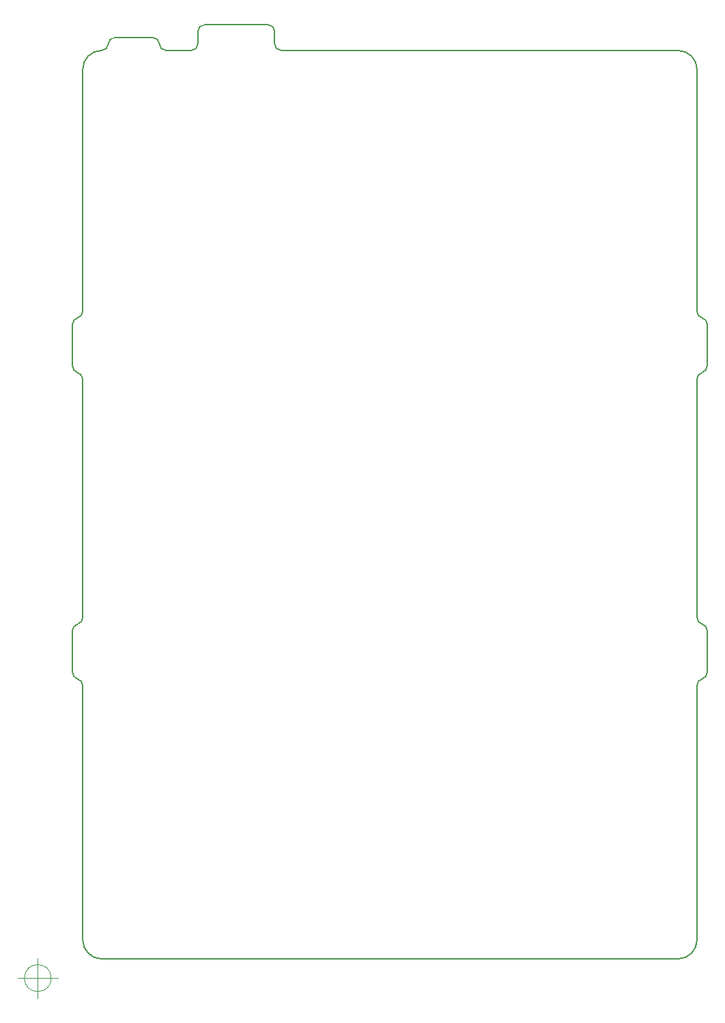
<source format=gbr>
G04 #@! TF.GenerationSoftware,KiCad,Pcbnew,(6.0.7)*
G04 #@! TF.CreationDate,2022-10-25T17:13:03-05:00*
G04 #@! TF.ProjectId,Container65,436f6e74-6169-46e6-9572-36352e6b6963,rev?*
G04 #@! TF.SameCoordinates,Original*
G04 #@! TF.FileFunction,Profile,NP*
%FSLAX46Y46*%
G04 Gerber Fmt 4.6, Leading zero omitted, Abs format (unit mm)*
G04 Created by KiCad (PCBNEW (6.0.7)) date 2022-10-25 17:13:03*
%MOMM*%
%LPD*%
G01*
G04 APERTURE LIST*
G04 #@! TA.AperFunction,Profile*
%ADD10C,0.100000*%
G04 #@! TD*
G04 #@! TA.AperFunction,Profile*
%ADD11C,0.150000*%
G04 #@! TD*
G04 APERTURE END LIST*
D10*
X35797916Y-136525000D02*
G75*
G03*
X35797916Y-136525000I-1666666J0D01*
G01*
X31631250Y-136525000D02*
X36631250Y-136525000D01*
X34131250Y-134025000D02*
X34131250Y-139025000D01*
D11*
X39687494Y-100200000D02*
G75*
G03*
X39037500Y-99400000I-831094J-11200D01*
G01*
X115887500Y-100200000D02*
X115887500Y-131762500D01*
X49212499Y-20637451D02*
G75*
G03*
X48418701Y-19843701I-793799J-49D01*
G01*
X38437500Y-93400000D02*
X38437500Y-98600000D01*
X113506250Y-134143750D02*
X42068750Y-134143750D01*
X39087507Y-54600023D02*
G75*
G03*
X39687500Y-53800000I-233107J799823D01*
G01*
X39687500Y-53800000D02*
X39687500Y-23812500D01*
X42068801Y-21431351D02*
G75*
G03*
X42862551Y-20637551I-101J793851D01*
G01*
X39087507Y-92600023D02*
G75*
G03*
X39687500Y-91800000I-233107J799823D01*
G01*
X113506250Y-21431250D02*
X64293750Y-21431250D01*
X53975000Y-20637500D02*
X53975000Y-19050000D01*
X48418701Y-19843701D02*
X43656301Y-19843801D01*
X115887500Y-62200000D02*
X115887500Y-91800000D01*
X115887524Y-91800000D02*
G75*
G03*
X116487500Y-92600000I833076J-200D01*
G01*
X53181250Y-21431250D02*
X50006201Y-21431201D01*
X115887524Y-53800000D02*
G75*
G03*
X116487500Y-54600000I833076J-200D01*
G01*
X39687450Y-131762500D02*
G75*
G03*
X42068750Y-134143750I2381250J0D01*
G01*
X43656301Y-19843851D02*
G75*
G03*
X42862551Y-20637551I-1J-793749D01*
G01*
X39087499Y-92599995D02*
G75*
G03*
X38437500Y-93400000I181101J-811205D01*
G01*
X49212499Y-20637451D02*
G75*
G03*
X50006201Y-21431201I793801J51D01*
G01*
X113506250Y-134143700D02*
G75*
G03*
X115887500Y-131762500I-50J2381300D01*
G01*
X117137494Y-55400000D02*
G75*
G03*
X116487500Y-54600000I-831094J-11200D01*
G01*
X116537507Y-99400023D02*
G75*
G03*
X117137500Y-98600000I-233107J799823D01*
G01*
X117137500Y-60600000D02*
X117137500Y-55400000D01*
X54768750Y-18256300D02*
G75*
G03*
X53975000Y-19050000I50J-793800D01*
G01*
X39087499Y-54599995D02*
G75*
G03*
X38437500Y-55400000I181101J-811205D01*
G01*
X39687500Y-91800000D02*
X39687500Y-62200000D01*
X63499950Y-20637500D02*
G75*
G03*
X64293750Y-21431250I793850J100D01*
G01*
X42068750Y-21431250D02*
G75*
G03*
X39687500Y-23812500I150J-2381400D01*
G01*
X39687500Y-100200000D02*
X39687500Y-131762500D01*
X116537499Y-99399995D02*
G75*
G03*
X115887500Y-100200000I181101J-811205D01*
G01*
X38437524Y-60600000D02*
G75*
G03*
X39037500Y-61400000I833076J-200D01*
G01*
X115887550Y-23812500D02*
G75*
G03*
X113506250Y-21431250I-2381450J-200D01*
G01*
X115887500Y-23812500D02*
X115887500Y-53800000D01*
X117137500Y-98600000D02*
X117137500Y-93400000D01*
X117137494Y-93400000D02*
G75*
G03*
X116487500Y-92600000I-831094J-11200D01*
G01*
X63500000Y-19050000D02*
X63500000Y-20637500D01*
X39687494Y-62200000D02*
G75*
G03*
X39037500Y-61400000I-831094J-11200D01*
G01*
X63500050Y-19050000D02*
G75*
G03*
X62706250Y-18256250I-793850J-100D01*
G01*
X38437524Y-98600000D02*
G75*
G03*
X39037500Y-99400000I833076J-200D01*
G01*
X116537507Y-61400023D02*
G75*
G03*
X117137500Y-60600000I-233107J799823D01*
G01*
X54768750Y-18256250D02*
X62706250Y-18256250D01*
X53181250Y-21431200D02*
G75*
G03*
X53975000Y-20637500I-50J793800D01*
G01*
X116537499Y-61399995D02*
G75*
G03*
X115887500Y-62200000I181101J-811205D01*
G01*
X38437500Y-55400000D02*
X38437500Y-60600000D01*
M02*

</source>
